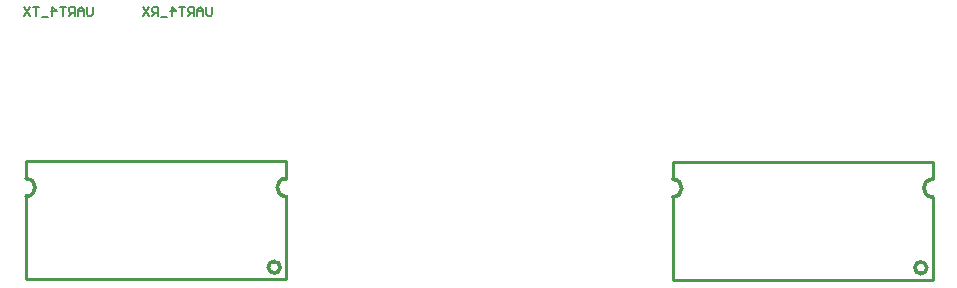
<source format=gbo>
G04*
G04 #@! TF.GenerationSoftware,Altium Limited,Altium Designer,21.8.1 (53)*
G04*
G04 Layer_Color=32896*
%FSLAX25Y25*%
%MOIN*%
G70*
G04*
G04 #@! TF.SameCoordinates,5DCC281E-C3AB-4BB6-AEF3-D9D34D3A5336*
G04*
G04*
G04 #@! TF.FilePolarity,Positive*
G04*
G01*
G75*
%ADD12C,0.01200*%
%ADD15C,0.00500*%
%ADD17C,0.01000*%
D12*
X302098Y344150D02*
G03*
X302098Y338244I0J-2953D01*
G01*
X215484D02*
G03*
X215484Y344150I0J2953D01*
G01*
X300130Y314622D02*
G03*
X300130Y314622I-1969J0D01*
G01*
X517644Y343931D02*
G03*
X517644Y338026I0J-2953D01*
G01*
X431030D02*
G03*
X431030Y343931I0J2953D01*
G01*
X515675Y314404D02*
G03*
X515675Y314404I-1969J0D01*
G01*
D15*
X277496Y401349D02*
Y398850D01*
X276996Y398350D01*
X275997D01*
X275497Y398850D01*
Y401349D01*
X274497Y398350D02*
Y400350D01*
X273498Y401349D01*
X272498Y400350D01*
Y398350D01*
Y399850D01*
X274497D01*
X271498Y398350D02*
Y401349D01*
X269999D01*
X269499Y400850D01*
Y399850D01*
X269999Y399350D01*
X271498D01*
X270498D02*
X269499Y398350D01*
X268499Y401349D02*
X266500D01*
X267499D01*
Y398350D01*
X264001D02*
Y401349D01*
X265500Y399850D01*
X263501D01*
X262501Y397851D02*
X260502D01*
X259502Y398350D02*
Y401349D01*
X258003D01*
X257503Y400850D01*
Y399850D01*
X258003Y399350D01*
X259502D01*
X258502D02*
X257503Y398350D01*
X256503Y401349D02*
X254504Y398350D01*
Y401349D02*
X256503Y398350D01*
X237596Y401349D02*
Y398850D01*
X237096Y398350D01*
X236097D01*
X235597Y398850D01*
Y401349D01*
X234597Y398350D02*
Y400350D01*
X233598Y401349D01*
X232598Y400350D01*
Y398350D01*
Y399850D01*
X234597D01*
X231598Y398350D02*
Y401349D01*
X230099D01*
X229599Y400850D01*
Y399850D01*
X230099Y399350D01*
X231598D01*
X230598D02*
X229599Y398350D01*
X228599Y401349D02*
X226600D01*
X227600D01*
Y398350D01*
X224101D02*
Y401349D01*
X225600Y399850D01*
X223601D01*
X222601Y397851D02*
X220602D01*
X219602Y401349D02*
X217603D01*
X218602D01*
Y398350D01*
X216603Y401349D02*
X214604Y398350D01*
Y401349D02*
X216603Y398350D01*
D17*
X215484Y350055D02*
X302098D01*
X215484Y344150D02*
Y350055D01*
Y310685D02*
Y338244D01*
Y310685D02*
X302098D01*
Y338244D01*
Y344150D02*
Y350055D01*
X431030Y349837D02*
X517644D01*
X431030D02*
X431030Y343931D01*
X431030Y310467D02*
X431030Y338026D01*
X431030Y310467D02*
X517644D01*
Y338026D01*
Y343931D02*
Y349837D01*
M02*

</source>
